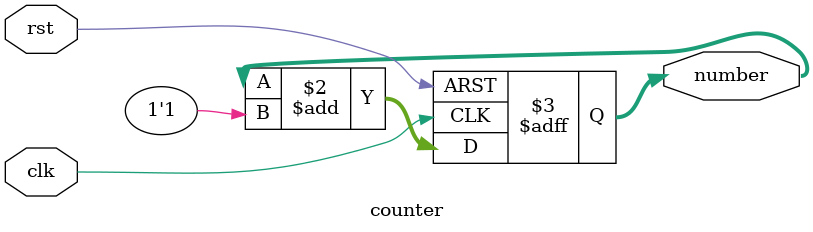
<source format=v>

module counter(
    input clk,
    input rst,
    output reg[7:0] number
);

// put your code here

    always@(posedge clk or posedge rst) begin
        if (rst) begin
            number <= 8'b0;
        end else begin
            number <= number + 1'b1;
        end
    end
endmodule
</source>
